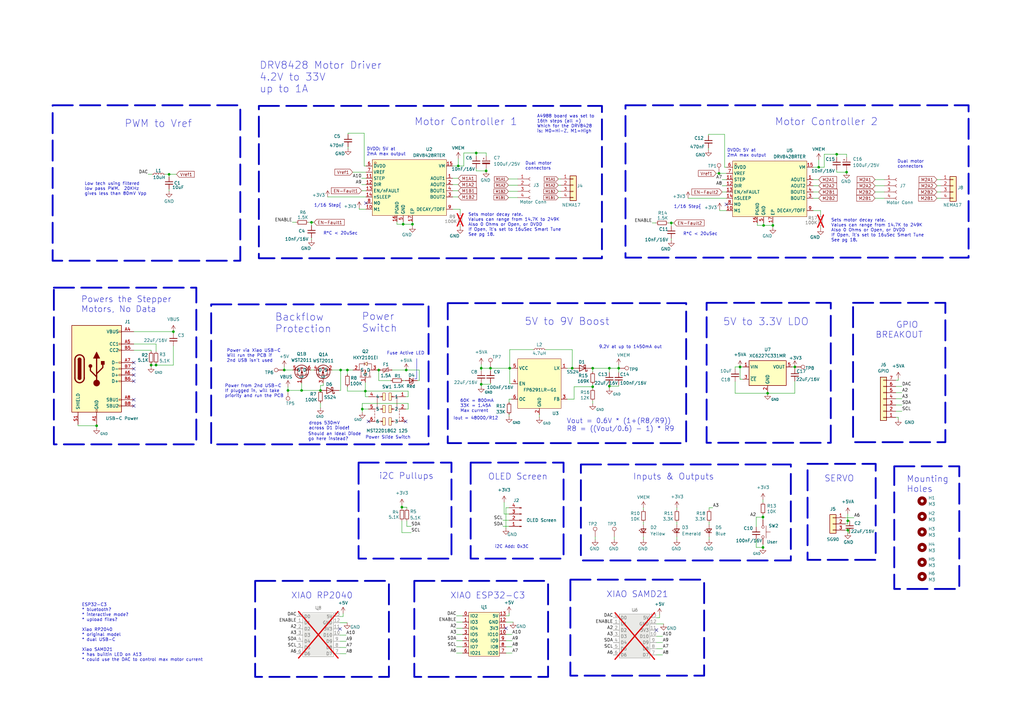
<source format=kicad_sch>
(kicad_sch (version 20230121) (generator eeschema)
  (paper "A3")
  (title_block (title "Blot RP2040 Motor Driver") (date "2024-03-17") (rev "2.2") (company "Hack Chat") (comment 1 "untested design") (comment 2 "By Parkview (CC)"))
  (junction (at 64.008 149.733))
  (junction (at 123.698 160.147))
  (junction (at 165.354 91.948))
  (junction (at 347.218 70.612))
  (junction (at 166.624 151.765))
  (junction (at 131.445 160.147))
  (junction (at 209.042 151.003))
  (junction (at 303.53 150.495))
  (junction (at 155.321 151.765))
  (junction (at 164.846 208.026))
  (junction (at 169.164 91.948))
  (junction (at 199.39 70.104))
  (junction (at 314.833 161.29))
  (junction (at 234.696 151.003))
  (junction (at 347.726 217.424))
  (junction (at 347.726 213.614))
  (junction (at 61.976 149.733))
  (junction (at 312.928 224.536))
  (junction (at 343.154 63.246))
  (junction (at 71.12 136.017))
  (junction (at 316.992 92.456))
  (junction (at 326.009 150.495))
  (junction (at 187.96 68.072))
  (junction (at 243.078 151.003))
  (junction (at 39.624 174.625))
  (junction (at 142.494 151.765))
  (junction (at 127.762 91.186))
  (junction (at 243.078 158.623))
  (junction (at 201.168 151.003))
  (junction (at 249.936 158.369))
  (junction (at 197.358 157.607))
  (junction (at 197.358 151.003))
  (junction (at 69.342 71.501))
  (junction (at 149.86 160.401))
  (junction (at 313.182 92.456))
  (junction (at 253.746 151.003))
  (junction (at 312.928 212.09))
  (junction (at 195.326 62.738))
  (junction (at 275.336 91.44))
  (junction (at 148.59 167.767))
  (junction (at 249.936 151.003))
  (junction (at 139.7 151.765))
  (junction (at 116.586 151.765))
  (junction (at 335.788 68.58))
  (junction (at 118.11 160.147))
  (junction (at 294.894 71.12))
  (no_connect (at 54.864 153.797))
  (no_connect (at 139.446 257.937))
  (no_connect (at 150.114 83.312))
  (no_connect (at 151.13 172.847))
  (no_connect (at 54.864 148.717))
  (no_connect (at 54.864 166.497))
  (no_connect (at 166.37 172.847))
  (no_connect (at 54.864 163.957))
  (no_connect (at 54.864 156.337))
  (no_connect (at 297.942 83.82))
  (no_connect (at 269.24 258.445))
  (no_connect (at 54.864 151.257))
  (no_connect (at 207.518 257.683))
  (wire (pts (xy 151.13 162.687) (xy 149.86 162.687)))
  (wire (pts (xy 167.386 162.687) (xy 167.386 160.401)))
  (wire (pts (xy 326.009 150.495) (xy 326.009 151.257)))
  (wire (pts (xy 61.976 149.733) (xy 61.976 150.241)))
  (wire (pts (xy 228.981 81.026) (xy 229.997 81.026)))
  (wire (pts (xy 127.762 91.186) (xy 128.778 91.186)))
  (wire (pts (xy 148.336 78.232) (xy 150.114 78.232)))
  (wire (pts (xy 208.534 78.486) (xy 212.344 78.486)))
  (wire (pts (xy 162.814 91.948) (xy 165.354 91.948)))
  (wire (pts (xy 39.624 174.625) (xy 39.624 175.387)))
  (wire (pts (xy 144.653 70.612) (xy 150.114 70.612)))
  (wire (pts (xy 166.878 215.9) (xy 166.878 213.614)))
  (wire (pts (xy 333.502 73.66) (xy 335.788 73.66)))
  (wire (pts (xy 149.352 54.61) (xy 149.352 68.072)))
  (wire (pts (xy 185.674 68.072) (xy 187.96 68.072)))
  (wire (pts (xy 54.864 141.097) (xy 64.008 141.097)))
  (wire (pts (xy 368.427 155.956) (xy 367.411 155.956)))
  (wire (pts (xy 155.321 151.765) (xy 155.702 151.765)))
  (wire (pts (xy 142.748 55.118) (xy 142.748 54.61)))
  (wire (pts (xy 136.144 151.765) (xy 139.7 151.765)))
  (wire (pts (xy 275.336 97.79) (xy 275.336 98.552)))
  (wire (pts (xy 162.814 90.932) (xy 162.814 91.948)))
  (wire (pts (xy 347.726 210.82) (xy 347.726 213.614)))
  (wire (pts (xy 149.352 68.072) (xy 150.114 68.072)))
  (wire (pts (xy 290.83 220.218) (xy 290.83 221.234)))
  (wire (pts (xy 72.39 71.501) (xy 69.342 71.501)))
  (wire (pts (xy 335.788 68.58) (xy 335.788 65.532)))
  (wire (pts (xy 210.058 262.763) (xy 207.518 262.763)))
  (wire (pts (xy 367.411 161.036) (xy 369.951 161.036)))
  (wire (pts (xy 336.55 88.138) (xy 336.55 86.36)))
  (wire (pts (xy 358.902 76.2) (xy 362.712 76.2)))
  (wire (pts (xy 126.492 91.186) (xy 127.762 91.186)))
  (wire (pts (xy 201.168 151.003) (xy 209.042 151.003)))
  (wire (pts (xy 347.726 214.884) (xy 346.71 214.884)))
  (wire (pts (xy 165.354 91.948) (xy 169.164 91.948)))
  (wire (pts (xy 294.894 71.12) (xy 297.942 71.12)))
  (wire (pts (xy 54.864 136.017) (xy 71.12 136.017)))
  (wire (pts (xy 32.004 174.117) (xy 32.004 174.625)))
  (wire (pts (xy 253.746 152.781) (xy 253.746 151.003)))
  (wire (pts (xy 333.502 78.74) (xy 335.788 78.74)))
  (wire (pts (xy 64.008 141.097) (xy 64.008 144.145)))
  (wire (pts (xy 139.446 252.857) (xy 140.716 252.857)))
  (wire (pts (xy 132.588 158.115) (xy 131.445 158.115)))
  (wire (pts (xy 303.53 155.575) (xy 303.53 150.495)))
  (wire (pts (xy 188.722 92.71) (xy 188.722 93.218)))
  (wire (pts (xy 168.656 215.9) (xy 166.878 215.9)))
  (wire (pts (xy 190.246 62.738) (xy 195.326 62.738)))
  (wire (pts (xy 127.762 97.536) (xy 127.762 98.298)))
  (wire (pts (xy 69.342 71.501) (xy 69.342 72.517)))
  (wire (pts (xy 275.336 91.44) (xy 275.336 92.71)))
  (wire (pts (xy 208.534 81.026) (xy 212.344 81.026)))
  (wire (pts (xy 333.502 68.58) (xy 335.788 68.58)))
  (wire (pts (xy 39.624 174.117) (xy 39.624 174.625)))
  (wire (pts (xy 270.51 253.365) (xy 270.51 252.095)))
  (wire (pts (xy 343.154 70.612) (xy 347.218 70.612)))
  (wire (pts (xy 155.321 156.083) (xy 155.321 151.765)))
  (wire (pts (xy 277.622 220.218) (xy 277.622 221.234)))
  (wire (pts (xy 139.7 151.765) (xy 142.494 151.765)))
  (wire (pts (xy 208.788 163.703) (xy 208.788 164.973)))
  (wire (pts (xy 131.445 158.115) (xy 131.445 160.147)))
  (wire (pts (xy 314.833 161.29) (xy 314.833 160.655)))
  (wire (pts (xy 367.411 163.576) (xy 369.951 163.576)))
  (wire (pts (xy 64.008 149.733) (xy 61.976 149.733)))
  (wire (pts (xy 197.358 149.479) (xy 197.358 151.003)))
  (wire (pts (xy 131.445 165.227) (xy 131.445 167.259)))
  (wire (pts (xy 141.986 265.557) (xy 139.446 265.557)))
  (wire (pts (xy 207.518 255.143) (xy 210.439 255.143)))
  (wire (pts (xy 243.078 152.527) (xy 243.078 151.003)))
  (wire (pts (xy 310.642 91.44) (xy 310.642 92.456)))
  (wire (pts (xy 251.968 221.234) (xy 251.968 220.218)))
  (wire (pts (xy 127.508 151.765) (xy 128.778 151.765)))
  (wire (pts (xy 171.958 156.083) (xy 171.958 151.765)))
  (wire (pts (xy 228.981 75.946) (xy 229.997 75.946)))
  (wire (pts (xy 312.928 211.074) (xy 312.928 212.09)))
  (wire (pts (xy 293.751 71.12) (xy 294.894 71.12)))
  (wire (pts (xy 209.042 143.383) (xy 209.042 151.003)))
  (wire (pts (xy 185.674 80.772) (xy 187.96 80.772)))
  (wire (pts (xy 197.358 152.019) (xy 197.358 151.003)))
  (wire (pts (xy 210.058 267.843) (xy 207.518 267.843)))
  (wire (pts (xy 116.586 151.765) (xy 120.142 151.765)))
  (wire (pts (xy 282.194 81.28) (xy 297.942 81.28)))
  (wire (pts (xy 197.358 157.607) (xy 197.358 158.369)))
  (wire (pts (xy 368.427 171.958) (xy 368.427 171.196)))
  (wire (pts (xy 348.107 218.694) (xy 348.107 217.424)))
  (wire (pts (xy 165.354 156.083) (xy 166.116 156.083)))
  (wire (pts (xy 243.078 164.465) (xy 243.078 165.481)))
  (wire (pts (xy 263.906 208.28) (xy 263.906 209.042)))
  (polyline (pts (xy 170.942 147.066) (xy 170.942 155.321)))
  (wire (pts (xy 367.411 166.116) (xy 369.951 166.116)))
  (wire (pts (xy 208.788 251.46) (xy 208.788 252.603)))
  (wire (pts (xy 71.12 136.779) (xy 71.12 136.017)))
  (wire (pts (xy 201.168 151.003) (xy 201.168 152.019)))
  (wire (pts (xy 368.427 171.196) (xy 367.411 171.196)))
  (wire (pts (xy 123.698 160.147) (xy 123.698 157.099)))
  (wire (pts (xy 301.498 150.495) (xy 301.498 151.384)))
  (wire (pts (xy 316.992 92.456) (xy 316.992 93.218)))
  (wire (pts (xy 207.518 208.28) (xy 207.518 216.662)))
  (wire (pts (xy 148.59 167.767) (xy 148.59 169.037)))
  (wire (pts (xy 197.358 157.099) (xy 197.358 157.607)))
  (wire (pts (xy 160.274 156.083) (xy 155.321 156.083)))
  (wire (pts (xy 206.248 215.9) (xy 208.788 215.9)))
  (wire (pts (xy 223.774 143.383) (xy 234.696 143.383)))
  (wire (pts (xy 316.992 91.44) (xy 316.992 92.456)))
  (wire (pts (xy 310.134 221.234) (xy 310.134 224.536)))
  (wire (pts (xy 296.164 76.2) (xy 297.942 76.2)))
  (wire (pts (xy 148.336 75.692) (xy 150.114 75.692)))
  (wire (pts (xy 164.846 207.264) (xy 164.846 208.026)))
  (wire (pts (xy 149.86 160.401) (xy 149.86 162.687)))
  (wire (pts (xy 303.53 150.495) (xy 301.498 150.495)))
  (wire (pts (xy 313.182 92.456) (xy 316.992 92.456)))
  (wire (pts (xy 169.164 91.948) (xy 169.164 92.71)))
  (wire (pts (xy 164.846 208.026) (xy 164.846 208.534)))
  (wire (pts (xy 209.042 157.353) (xy 209.042 151.003)))
  (wire (pts (xy 185.674 78.232) (xy 187.96 78.232)))
  (wire (pts (xy 290.83 208.28) (xy 292.354 208.28)))
  (wire (pts (xy 367.411 168.656) (xy 369.951 168.656)))
  (wire (pts (xy 267.462 91.44) (xy 268.986 91.44)))
  (wire (pts (xy 60.706 71.501) (xy 62.484 71.501)))
  (wire (pts (xy 368.427 155.194) (xy 368.427 155.956)))
  (wire (pts (xy 171.196 156.083) (xy 171.958 156.083)))
  (wire (pts (xy 169.164 90.932) (xy 169.164 91.948)))
  (wire (pts (xy 249.936 151.003) (xy 243.078 151.003)))
  (wire (pts (xy 324.993 150.495) (xy 326.009 150.495)))
  (wire (pts (xy 235.458 163.703) (xy 235.458 158.623)))
  (wire (pts (xy 187.198 255.143) (xy 189.738 255.143)))
  (polyline (pts (xy 170.053 155.321) (xy 170.942 155.321)))
  (wire (pts (xy 208.788 170.053) (xy 208.788 170.815)))
  (wire (pts (xy 290.576 55.118) (xy 297.18 55.118)))
  (wire (pts (xy 297.18 55.118) (xy 297.18 68.58)))
  (wire (pts (xy 221.234 170.053) (xy 221.234 171.069)))
  (wire (pts (xy 210.058 265.303) (xy 207.518 265.303)))
  (wire (pts (xy 123.698 160.147) (xy 118.11 160.147)))
  (wire (pts (xy 187.198 260.223) (xy 189.738 260.223)))
  (wire (pts (xy 206.248 213.36) (xy 208.788 213.36)))
  (wire (pts (xy 269.24 255.905) (xy 272.161 255.905)))
  (wire (pts (xy 209.804 163.703) (xy 208.788 163.703)))
  (wire (pts (xy 188.722 87.63) (xy 188.722 85.852)))
  (wire (pts (xy 310.134 224.536) (xy 312.928 224.536)))
  (wire (pts (xy 185.674 85.852) (xy 188.722 85.852)))
  (wire (pts (xy 148.59 167.767) (xy 151.13 167.767)))
  (wire (pts (xy 147.32 85.344) (xy 147.32 85.852)))
  (wire (pts (xy 119.888 91.186) (xy 121.412 91.186)))
  (wire (pts (xy 338.074 63.246) (xy 343.154 63.246)))
  (wire (pts (xy 147.32 85.852) (xy 150.114 85.852)))
  (wire (pts (xy 64.008 149.733) (xy 71.12 149.733)))
  (wire (pts (xy 209.042 151.003) (xy 209.804 151.003)))
  (wire (pts (xy 312.928 224.536) (xy 312.928 223.266)))
  (wire (pts (xy 253.746 149.733) (xy 253.746 151.003)))
  (wire (pts (xy 190.246 68.072) (xy 190.246 62.738)))
  (wire (pts (xy 310.134 216.154) (xy 310.134 212.09)))
  (wire (pts (xy 140.716 252.857) (xy 140.716 251.587)))
  (wire (pts (xy 116.586 150.495) (xy 116.586 151.765)))
  (wire (pts (xy 142.748 54.61) (xy 149.352 54.61)))
  (wire (pts (xy 208.534 73.406) (xy 212.344 73.406)))
  (wire (pts (xy 343.154 69.596) (xy 343.154 70.612)))
  (wire (pts (xy 295.148 86.36) (xy 297.942 86.36)))
  (wire (pts (xy 343.154 63.246) (xy 343.154 64.516)))
  (wire (pts (xy 187.198 265.303) (xy 189.738 265.303)))
  (wire (pts (xy 149.86 156.845) (xy 149.86 160.401)))
  (wire (pts (xy 312.928 204.978) (xy 312.928 205.994)))
  (wire (pts (xy 313.182 91.44) (xy 313.182 92.456)))
  (wire (pts (xy 244.094 221.234) (xy 244.094 220.218)))
  (wire (pts (xy 32.004 174.625) (xy 39.624 174.625)))
  (wire (pts (xy 234.696 151.003) (xy 232.664 151.003)))
  (wire (pts (xy 166.878 208.026) (xy 164.846 208.026)))
  (wire (pts (xy 277.622 214.122) (xy 277.622 215.138)))
  (wire (pts (xy 61.976 143.637) (xy 61.976 144.145)))
  (wire (pts (xy 142.494 151.765) (xy 142.494 153.543)))
  (wire (pts (xy 242.697 151.003) (xy 243.078 151.003)))
  (wire (pts (xy 275.336 91.44) (xy 276.352 91.44)))
  (wire (pts (xy 333.502 76.2) (xy 335.788 76.2)))
  (wire (pts (xy 206.756 210.82) (xy 208.788 210.82)))
  (wire (pts (xy 312.928 212.09) (xy 312.928 213.106)))
  (wire (pts (xy 64.008 149.225) (xy 64.008 149.733)))
  (wire (pts (xy 228.981 73.406) (xy 229.997 73.406)))
  (wire (pts (xy 148.59 167.767) (xy 148.59 165.481)))
  (wire (pts (xy 195.326 62.738) (xy 199.39 62.738)))
  (wire (pts (xy 209.804 157.353) (xy 209.042 157.353)))
  (wire (pts (xy 358.902 81.28) (xy 362.712 81.28)))
  (wire (pts (xy 148.59 165.481) (xy 167.386 165.481)))
  (wire (pts (xy 132.588 157.099) (xy 132.588 158.115)))
  (wire (pts (xy 228.981 78.486) (xy 229.997 78.486)))
  (wire (pts (xy 232.664 163.703) (xy 235.458 163.703)))
  (wire (pts (xy 243.078 157.607) (xy 243.078 158.623)))
  (wire (pts (xy 195.326 70.104) (xy 199.39 70.104)))
  (wire (pts (xy 187.198 257.683) (xy 189.738 257.683)))
  (wire (pts (xy 304.673 155.575) (xy 303.53 155.575)))
  (wire (pts (xy 167.386 165.481) (xy 167.386 167.767)))
  (wire (pts (xy 326.009 156.337) (xy 326.009 161.29)))
  (wire (pts (xy 69.342 77.597) (xy 69.342 78.359)))
  (wire (pts (xy 195.326 62.738) (xy 195.326 64.008)))
  (wire (pts (xy 197.358 151.003) (xy 201.168 151.003)))
  (wire (pts (xy 367.411 158.496) (xy 369.951 158.496)))
  (wire (pts (xy 243.078 158.623) (xy 243.078 159.385)))
  (wire (pts (xy 263.906 220.218) (xy 263.906 221.234)))
  (wire (pts (xy 347.726 213.614) (xy 347.726 214.884)))
  (wire (pts (xy 127.762 91.186) (xy 127.762 92.456)))
  (wire (pts (xy 187.96 68.072) (xy 190.246 68.072)))
  (wire (pts (xy 160.782 151.765) (xy 166.624 151.765)))
  (wire (pts (xy 142.494 160.401) (xy 149.86 160.401)))
  (wire (pts (xy 154.94 151.765) (xy 155.321 151.765)))
  (wire (pts (xy 168.656 218.44) (xy 164.846 218.44)))
  (wire (pts (xy 141.986 260.477) (xy 139.446 260.477)))
  (wire (pts (xy 269.24 253.365) (xy 270.51 253.365)))
  (wire (pts (xy 335.788 68.58) (xy 338.074 68.58)))
  (wire (pts (xy 277.622 208.28) (xy 277.622 209.042)))
  (wire (pts (xy 296.164 73.66) (xy 297.942 73.66)))
  (wire (pts (xy 134.366 80.772) (xy 150.114 80.772)))
  (wire (pts (xy 303.53 150.495) (xy 304.673 150.495)))
  (wire (pts (xy 167.386 167.767) (xy 166.37 167.767)))
  (wire (pts (xy 197.358 157.607) (xy 201.168 157.607)))
  (wire (pts (xy 208.788 208.28) (xy 207.518 208.28)))
  (wire (pts (xy 141.986 263.017) (xy 139.446 263.017)))
  (wire (pts (xy 253.746 158.369) (xy 253.746 157.861)))
  (wire (pts (xy 290.83 214.122) (xy 290.83 215.138)))
  (wire (pts (xy 346.71 217.424) (xy 347.726 217.424)))
  (wire (pts (xy 326.009 161.29) (xy 314.833 161.29)))
  (wire (pts (xy 347.726 217.424) (xy 347.726 218.44)))
  (wire (pts (xy 296.164 78.74) (xy 297.942 78.74)))
  (wire (pts (xy 195.326 69.088) (xy 195.326 70.104)))
  (wire (pts (xy 166.624 151.765) (xy 171.958 151.765)))
  (wire (pts (xy 297.18 68.58) (xy 297.942 68.58)))
  (wire (pts (xy 234.696 151.003) (xy 235.077 151.003)))
  (wire (pts (xy 142.494 158.623) (xy 142.494 160.401)))
  (wire (pts (xy 336.55 93.218) (xy 336.55 93.726)))
  (wire (pts (xy 384.302 78.74) (xy 385.826 78.74)))
  (wire (pts (xy 235.458 158.623) (xy 243.078 158.623)))
  (wire (pts (xy 208.534 75.946) (xy 212.344 75.946)))
  (wire (pts (xy 185.674 73.152) (xy 187.96 73.152)))
  (wire (pts (xy 123.698 160.147) (xy 131.445 160.147)))
  (wire (pts (xy 348.107 217.424) (xy 347.726 217.424)))
  (wire (pts (xy 295.148 85.852) (xy 295.148 86.36)))
  (wire (pts (xy 208.788 252.603) (xy 207.518 252.603)))
  (wire (pts (xy 54.864 143.637) (xy 61.976 143.637)))
  (wire (pts (xy 346.71 212.344) (xy 350.266 212.344)))
  (wire (pts (xy 249.936 158.369) (xy 253.746 158.369)))
  (wire (pts (xy 263.906 214.122) (xy 263.906 215.138)))
  (wire (pts (xy 271.78 260.985) (xy 269.24 260.985)))
  (wire (pts (xy 210.058 260.223) (xy 207.518 260.223)))
  (wire (pts (xy 343.154 63.246) (xy 347.218 63.246)))
  (wire (pts (xy 166.37 162.687) (xy 167.386 162.687)))
  (wire (pts (xy 348.488 218.694) (xy 348.107 218.694)))
  (wire (pts (xy 118.11 158.623) (xy 118.11 160.147)))
  (wire (pts (xy 271.78 268.605) (xy 269.24 268.605)))
  (wire (pts (xy 185.674 75.692) (xy 187.96 75.692)))
  (wire (pts (xy 271.78 266.065) (xy 269.24 266.065)))
  (wire (pts (xy 199.39 70.104) (xy 199.39 69.088)))
  (wire (pts (xy 290.576 60.706) (xy 290.576 61.468)))
  (wire (pts (xy 199.39 62.738) (xy 199.39 64.008)))
  (wire (pts (xy 290.576 55.626) (xy 290.576 55.118)))
  (wire (pts (xy 164.846 218.44) (xy 164.846 213.614)))
  (wire (pts (xy 139.446 255.397) (xy 142.367 255.397)))
  (wire (pts (xy 347.218 63.246) (xy 347.218 64.516)))
  (wire (pts (xy 234.696 143.383) (xy 234.696 151.003)))
  (wire (pts (xy 333.502 86.36) (xy 336.55 86.36)))
  (wire (pts (xy 347.218 70.612) (xy 347.218 69.596)))
  (wire (pts (xy 347.726 213.614) (xy 348.488 213.614)))
  (wire (pts (xy 301.498 156.464) (xy 301.498 161.29)))
  (wire (pts (xy 206.756 205.994) (xy 206.756 210.82)))
  (wire (pts (xy 274.066 91.44) (xy 275.336 91.44)))
  (wire (pts (xy 358.902 73.66) (xy 362.712 73.66)))
  (wire (pts (xy 201.168 157.607) (xy 201.168 157.099)))
  (wire (pts (xy 61.976 149.225) (xy 61.976 149.733)))
  (wire (pts (xy 249.936 158.369) (xy 249.936 159.131)))
  (wire (pts (xy 338.074 68.58) (xy 338.074 63.246)))
  (wire (pts (xy 271.78 263.525) (xy 269.24 263.525)))
  (wire (pts (xy 253.746 151.003) (xy 249.936 151.003)))
  (wire (pts (xy 165.354 90.932) (xy 165.354 91.948)))
  (wire (pts (xy 167.386 160.401) (xy 149.86 160.401)))
  (wire (pts (xy 290.83 208.28) (xy 290.83 209.042)))
  (wire (pts (xy 333.502 81.28) (xy 335.788 81.28)))
  (wire (pts (xy 358.902 78.74) (xy 362.712 78.74)))
  (wire (pts (xy 141.986 268.097) (xy 139.446 268.097)))
  (wire (pts (xy 139.7 160.147) (xy 139.7 151.765)))
  (wire (pts (xy 301.498 161.29) (xy 314.833 161.29)))
  (wire (pts (xy 71.12 141.859) (xy 71.12 149.733)))
  (wire (pts (xy 142.494 151.765) (xy 144.78 151.765)))
  (wire (pts (xy 148.336 73.152) (xy 150.114 73.152)))
  (wire (pts (xy 67.564 71.501) (xy 69.342 71.501)))
  (wire (pts (xy 384.302 81.28) (xy 385.826 81.28)))
  (wire (pts (xy 249.936 151.003) (xy 249.936 152.781)))
  (wire (pts (xy 187.96 68.072) (xy 187.96 65.024)))
  (wire (pts (xy 166.878 208.534) (xy 166.878 208.026)))
  (wire (pts (xy 209.042 143.383) (xy 218.694 143.383)))
  (wire (pts (xy 139.065 160.147) (xy 139.7 160.147)))
  (wire (pts (xy 187.198 267.843) (xy 189.738 267.843)))
  (wire (pts (xy 249.936 157.861) (xy 249.936 158.369)))
  (wire (pts (xy 142.748 60.198) (xy 142.748 60.96)))
  (wire (pts (xy 384.302 73.66) (xy 385.826 73.66)))
  (wire (pts (xy 384.302 76.2) (xy 385.826 76.2)))
  (wire (pts (xy 187.198 252.603) (xy 189.738 252.603)))
  (wire (pts (xy 310.134 212.09) (xy 312.928 212.09)))
  (wire (pts (xy 310.642 92.456) (xy 313.182 92.456)))
  (wire (pts (xy 187.198 262.763) (xy 189.738 262.763)))
  (rectangle (start 349.885 124.206) (end 387.731 181.356) (stroke (width 0.75) (type dash)))
  (rectangle (start 193.04 189.738) (end 231.14 229.108) (stroke (width 0.75) (type dash)))
  (rectangle (start 366.776 191.262) (end 393.446 241.554) (stroke (width 0.75) (type dash)))
  (rectangle (start 289.814 124.206) (end 340.741 181.61) (stroke (width 0.75) (type dash)))
  (rectangle (start 104.648 238.252) (end 159.512 277.622) (stroke (width 0.75) (type dash)))
  (rectangle (start 256.54 43.18) (end 397.256 105.664) (stroke (width 0.75) (type dash)))
  (rectangle (start 238.252 190.5) (end 324.358 229.87) (stroke (width 0.75) (type dash)))
  (rectangle (start 169.926 238.252) (end 224.79 277.622) (stroke (width 0.75) (type dash)))
  (rectangle (start 331.216 190.246) (end 359.156 229.616) (stroke (width 0.75) (type dash)))
  (rectangle (start 147.066 189.738) (end 185.166 229.108) (stroke (width 0.75) (type dash)))
  (rectangle (start 106.172 43.434) (end 246.888 105.918) (stroke (width 0.75) (type dash)))
  (rectangle (start 86.614 124.841) (end 175.768 182.245) (stroke (width 0.75) (type dash)))
  (rectangle (start 22.098 117.983) (end 80.518 182.245) (stroke (width 0.75) (type dash)))
  (rectangle (start 21.59 43.18) (end 98.552 106.934) (stroke (width 0.75) (type dash)))
  (rectangle (start 233.934 237.744) (end 288.798 277.114) (stroke (width 0.75) (type dash)))
  (rectangle (start 183.642 124.333) (end 281.432 181.737) (stroke (width 0.75) (type dash)))
  (text "XIAO ESP32-C3\n" (at 184.658 245.872 0) (effects (font (size 2.54 2.54)) (justify left bottom)))
  (text "Inputs & Outputs\n" (at 259.588 197.104 0) (effects (font (size 2.54 2.54)) (justify left bottom)))
  (text "5V to 9V Boost" (at 215.138 133.731 0) (effects (font (size 3 3)) (justify left bottom)))
  (text "GPIO \nBREAKOUT" (at 378.587 138.938 0) (effects (font (size 2.54 2.54)) (justify right bottom)))
  (text "Power via Xiao USB-C\nWill run the PCB if \n2nd USB isn't used" (at 92.964 148.717 0) (effects (font (size 1.27 1.27)) (justify left bottom)))
  (text "Backflow\nProtection" (at 112.776 136.779 0) (effects (font (size 3 3)) (justify left bottom)))
  (text "DRV8428 Motor Driver\n4.2V to 33V\nup to 1A" (at 106.426 38.354 0) (effects (font (size 3 3)) (justify left bottom)))
  (text "PWM to Vref" (at 51.054 52.578 0) (effects (font (size 3 3)) (justify left bottom)))
  (text "Fuse Active LED" (at 158.623 145.669 0) (effects (font (size 1.27 1.27)) (justify left bottom)))
  (text "R*C < 20uSec" (at 132.588 96.52 0) (effects (font (size 1.27 1.27)) (justify left bottom)))
  (text "Mounting\nHoles" (at 371.856 202.184 0) (effects (font (size 2.54 2.54)) (justify left bottom)))
  (text "Dual motor\nconnectors" (at 368.046 69.088 0) (effects (font (size 1.27 1.27)) (justify left bottom)))
  (text "DVDD: 5V at\n2mA max output" (at 150.368 64.008 0) (effects (font (size 1.27 1.27)) (justify left bottom)))
  (text "Power from 2nd USB-C\nIf plugged in, will take\npriority and run the PCB" (at 92.202 163.195 0) (effects (font (size 1.27 1.27)) (justify left bottom)))
  (text "Power\nSwitch" (at 148.336 136.525 0) (effects (font (size 3 3)) (justify left bottom)))
  (text "Power Slide Switch" (at 149.86 180.213 0) (effects (font (size 1.27 1.27)) (justify left bottom)))
  (text "XIAO RP2040\n" (at 119.38 245.872 0) (effects (font (size 2.54 2.54)) (justify left bottom)))
  (text "Sets motor decay rate.\nValues can range from 14.7K to 249K\nAlso 0 Ohms or Open, or DVDD\nIf Open, it's set to 16uSec Smart Tune\nSee pg 18." (at 192.024 97.028 0) (effects (font (size 1.27 1.27)) (justify left bottom)))
  (text "OLED Screen\n" (at 200.152 197.104 0) (effects (font (size 2.54 2.54)) (justify left bottom)))
  (text "Sets motor decay rate.\nValues can range from 14.7K to 249K\nAlso 0 Ohms or Open, or DVDD\nIf Open, it's set to 16uSec Smart Tune\nSee pg 18." (at 340.868 99.314 0) (effects (font (size 1.27 1.27)) (justify left bottom)))
  (text "i2C Pullups\n" (at 155.448 196.85 0) (effects (font (size 2.54 2.54)) (justify left bottom)))
  (text "Iout = 48000/R12" (at 185.928 172.339 0) (effects (font (size 1.27 1.27)) (justify left bottom)))
  (text "Motor Controller 2" (at 317.754 51.816 0) (effects (font (size 3 3)) (justify left bottom)))
  (text "Low tech using filtered \nlow pass PWM.  20KHz \ngives less than 80mV Vpp" (at 34.671 80.264 0) (effects (font (size 1.27 1.27)) (justify left bottom)))
  (text "XIAO SAMD21\n" (at 248.666 245.364 0) (effects (font (size 2.54 2.54)) (justify left bottom)))
  (text "9.2V at up to 1450mA out" (at 245.618 143.129 0) (effects (font (size 1.27 1.27)) (justify left bottom)))
  (text "Dual motor\nconnectors" (at 215.392 69.85 0) (effects (font (size 1.27 1.27)) (justify left bottom)))
  (text "DVDD: 5V at\n2mA max output" (at 298.196 64.516 0) (effects (font (size 1.27 1.27)) (justify left bottom)))
  (text "Powers the Stepper\nMotors, No Data" (at 33.274 128.397 0) (effects (font (size 2.5 2.5)) (justify left bottom)))
  (text "5V to 3.3V LDO" (at 296.545 133.858 0) (effects (font (size 3 3)) (justify left bottom)))
  (text "1/16 Step{" (at 276.352 85.598 0) (effects (font (size 1.27 1.27)) (justify left bottom)))
  (text "R*C < 20uSec" (at 280.162 96.774 0) (effects (font (size 1.27 1.27)) (justify left bottom)))
  (text "ESP32-C3\n* bluetooth?\n* interactive mode?\n* upload files?\n\nXiao RP2040\n* original model\n* dual USB-C\n\nXiao SAMD21\n* has builtin LED on A13\n* could use the DAC to control max motor current" (at 33.528 271.399 0) (effects (font (size 1.27 1.27)) (justify left bottom)))
  (text "SERVO\n" (at 338.074 197.866 0) (effects (font (size 2.54 2.54)) (justify left bottom)))
  (text "1/16 Step{" (at 128.778 85.09 0) (effects (font (size 1.27 1.27)) (justify left bottom)))
  (text "A4988 board was set to \n16th steps (all +)\nWhich for the DRV8428\nis: M0=Hi-Z, M1=High" (at 220.218 54.61 0) (effects (font (size 1.27 1.27)) (justify left bottom)))
  (text "Motor Controller 1" (at 169.926 51.816 0) (effects (font (size 3 3)) (justify left bottom)))
  (text "Should an Ideal Diode \ngo here instead?" (at 126.365 180.848 0) (effects (font (size 1.27 1.27)) (justify left bottom)))
  (text "i2C Add: 0x3C" (at 202.946 225.044 0) (effects (font (size 1.27 1.27)) (justify left bottom)))
  (text "drops 530mV\nacross D1 Diode!" (at 126.619 176.403 0) (effects (font (size 1.27 1.27)) (justify left bottom)))
  (text "60K = 800mA\n33K = 1.45A\nMax current" (at 188.722 169.291 0) (effects (font (size 1.27 1.27)) (justify left bottom)))
  (text "Vout = 0.6V * (1+(R8/R9))\nR8 = ((Vout/0.6) - 1) * R9" (at 232.41 177.165 0) (effects (font (size 2 2)) (justify left bottom)))
  (label "A3" (at 187.198 260.223 180))
  (label "SCL" (at 121.666 265.557 180))
  (label "A2" (at 310.134 212.09 180))
  (label "A7" (at 296.164 73.66 180))
  (label "SDA" (at 251.46 263.525 180))
  (label "A10" (at 271.78 260.985 0))
  (label "DAC" (at 60.706 71.501 180))
  (label "A8" (at 210.058 265.303 0))
  (label "A2" (at 121.666 257.937 180))
  (label "SCL" (at 168.656 218.44 0))
  (label "SDA" (at 369.951 166.116 0))
  (label "A9" (at 271.78 263.525 0))
  (label "A2" (at 251.46 258.445 180))
  (label "DAC" (at 251.46 253.365 180))
  (label "SDA" (at 168.656 215.9 0))
  (label "A7" (at 141.986 265.557 0))
  (label "A3" (at 251.46 260.985 180))
  (label "SCL" (at 206.248 213.36 180))
  (label "A6" (at 187.198 267.843 180))
  (label "A3" (at 369.951 163.576 0))
  (label "A3" (at 121.666 260.477 180))
  (label "A7" (at 210.058 267.843 0))
  (label "DAC" (at 369.951 158.496 0))
  (label "SCL" (at 251.46 266.065 180))
  (label "A8" (at 296.164 76.2 180))
  (label "ENABLE" (at 121.666 255.397 180))
  (label "ENABLE" (at 267.462 91.44 180))
  (label "SDA" (at 206.248 215.9 180))
  (label "ENABLE" (at 187.198 255.143 180))
  (label "A9" (at 210.058 262.763 0))
  (label "SCL" (at 187.198 265.303 180))
  (label "SDA" (at 187.198 262.763 180))
  (label "DAC" (at 187.198 252.603 180))
  (label "ENABLE" (at 251.46 255.905 180))
  (label "A6" (at 350.266 212.344 0))
  (label "A10" (at 141.986 260.477 0))
  (label "A9" (at 141.986 263.017 0))
  (label "A10" (at 148.336 73.152 180))
  (label "A2" (at 369.951 161.036 0))
  (label "A10" (at 210.058 260.223 0))
  (label "A2" (at 187.198 257.683 180))
  (label "SCL" (at 369.951 168.656 0))
  (label "A8" (at 271.78 268.605 0))
  (label "DAC" (at 121.666 252.857 180))
  (label "A6" (at 121.666 268.097 180))
  (label "ENABLE" (at 119.888 91.186 180))
  (label "A8" (at 141.986 268.097 0))
  (label "SDA" (at 121.666 263.017 180))
  (label "A9" (at 148.336 75.692 180))
  (label "A7" (at 271.78 266.065 0))
  (label "A6" (at 251.46 268.605 180))
  (label "A3" (at 292.354 208.28 0))
  (global_label "Vref1" (shape input) (at 144.653 70.612 180) (property "Intersheetrefs" "${INTERSHEET_REFS}" (effects hide)))
  (global_label "M1B1" (shape input) (at 187.96 78.232 0) (property "Intersheetrefs" "${INTERSHEET_REFS}" (effects hide)))
  (global_label "EN-Fault2" (shape input) (at 296.164 78.74 180) (property "Intersheetrefs" "${INTERSHEET_REFS}" (effects hide)))
  (global_label "M1B1" (shape input) (at 228.981 81.026 180) (effects (font (size 1 1))) (property "Intersheetrefs" "${INTERSHEET_REFS}" (effects hide)))
  (global_label "M1A1" (shape input) (at 228.981 73.406 180) (effects (font (size 1 1))) (property "Intersheetrefs" "${INTERSHEET_REFS}" (effects hide)))
  (global_label "M2A2" (shape input) (at 384.302 76.2 180) (property "Intersheetrefs" "${INTERSHEET_REFS}" (effects hide)))
  (global_label "M2B2" (shape input) (at 358.902 78.74 180) (property "Intersheetrefs" "${INTERSHEET_REFS}" (effects hide)))
  (global_label "M2A1" (shape input) (at 358.902 73.66 180) (property "Intersheetrefs" "${INTERSHEET_REFS}" (effects hide)))
  (global_label "M2B1" (shape input) (at 384.302 81.28 180) (property "Intersheetrefs" "${INTERSHEET_REFS}" (effects hide)))
  (global_label "M1A2" (shape input) (at 208.534 75.946 180) (effects (font (size 1 1))) (property "Intersheetrefs" "${INTERSHEET_REFS}" (effects hide)))
  (global_label "M1B1" (shape input) (at 208.534 81.026 180) (effects (font (size 1 1))) (property "Intersheetrefs" "${INTERSHEET_REFS}" (effects hide)))
  (global_label "M2A1" (shape input) (at 335.788 73.66 0) (property "Intersheetrefs" "${INTERSHEET_REFS}" (effects hide)))
  (global_label "M2B2" (shape input) (at 384.302 78.74 180) (property "Intersheetrefs" "${INTERSHEET_REFS}" (effects hide)))
  (global_label "M1A1" (shape input) (at 187.96 73.152 0) (property "Intersheetrefs" "${INTERSHEET_REFS}" (effects hide)))
  (global_label "Vref1" (shape input) (at 72.39 71.501 0) (property "Intersheetrefs" "${INTERSHEET_REFS}" (effects hide)))
  (global_label "EN-Fault1" (shape input) (at 128.778 91.186 0) (property "Intersheetrefs" "${INTERSHEET_REFS}" (effects hide)))
  (global_label "M2A2" (shape input) (at 335.788 76.2 0) (property "Intersheetrefs" "${INTERSHEET_REFS}" (effects hide)))
  (global_label "M1A2" (shape input) (at 228.981 75.946 180) (effects (font (size 1 1))) (property "Intersheetrefs" "${INTERSHEET_REFS}" (effects hide)))
  (global_label "M1B2" (shape input) (at 187.96 80.772 0) (property "Intersheetrefs" "${INTERSHEET_REFS}" (effects hide)))
  (global_label "M2A2" (shape input) (at 358.902 76.2 180) (property "Intersheetrefs" "${INTERSHEET_REFS}" (effects hide)))
  (global_label "M1A1" (shape input) (at 208.534 73.406 180) (effects (font (size 1 1))) (property "Intersheetrefs" "${INTERSHEET_REFS}" (effects hide)))
  (global_label "M2A1" (shape input) (at 384.302 73.66 180) (property "Intersheetrefs" "${INTERSHEET_REFS}" (effects hide)))
  (global_label "M2B1" (shape input) (at 335.788 78.74 0) (property "Intersheetrefs" "${INTERSHEET_REFS}" (effects hide)))
  (global_label "M1A2" (shape input) (at 187.96 75.692 0) (property "Intersheetrefs" "${INTERSHEET_REFS}" (effects hide)))
  (global_label "M1B2" (shape input) (at 228.981 78.486 180) (effects (font (size 1 1))) (property "Intersheetrefs" "${INTERSHEET_REFS}" (effects hide)))
  (global_label "M1B2" (shape input) (at 208.534 78.486 180) (effects (font (size 1 1))) (property "Intersheetrefs" "${INTERSHEET_REFS}" (effects hide)))
  (global_label "EN-Fault1" (shape input) (at 148.336 78.232 180) (property "Intersheetrefs" "${INTERSHEET_REFS}" (effects hide)))
  (global_label "Vref1" (shape input) (at 293.751 71.12 180) (property "Intersheetrefs" "${INTERSHEET_REFS}" (effects hide)))
  (global_label "M2B2" (shape input) (at 335.788 81.28 0) (property "Intersheetrefs" "${INTERSHEET_REFS}" (effects hide)))
  (global_label "M2B1" (shape input) (at 358.902 81.28 180) (property "Intersheetrefs" "${INTERSHEET_REFS}" (effects hide)))
  (global_label "EN-Fault2" (shape input) (at 276.352 91.44 0) (property "Intersheetrefs" "${INTERSHEET_REFS}" (effects hide)))
  (symbol (lib_id "Mechanical:MountingHole") (at 378.206 236.474 0) (unit 1)
    (property "Reference" "H6" (at 380.746 235.204 0) (effects (justify left)))
    (property "Value" "M3" (at 380.746 237.744 0) (effects (justify left)))
    (property "Footprint" "MountingHole:MountingHole_3.2mm_M3" (effects hide))
    (property "LCSC" "X" (effects hide))
  )
  (symbol (lib_id "power:GND") (at 169.164 92.71 0) (unit 1)
    (property "Reference" "#PWR016" (effects hide))
    (property "Value" "GND" (at 166.878 96.266 0))
  )
  (symbol (lib_id "Connector_Generic:Conn_01x03") (at 341.63 214.884 0) (mirror y) (unit 1)
    (property "Reference" "J5" (at 341.63 208.788 0))
    (property "Value" "SG90" (at 341.63 221.234 0))
    (property "Footprint" "Connector_PinSocket_2.54mm:PinSocket_1x03_P2.54mm_Vertical" (effects hide))
    (property "LCSC" "C2937625" (effects hide))
  )
  (symbol (lib_id "power:GND") (at 142.367 255.397 0) (unit 1)
    (property "Reference" "#PWR09" (effects hide))
    (property "Value" "GND" (at 147.701 257.175 0) (effects (justify right)))
  )
  (symbol (lib_id "Pauls_Schm_Library:XIAO_SAMD21") (at 260.35 262.255 0) (unit 1) (in_bom no) (on_board no) (dnp yes)
    (property "Reference" "U6" (at 260.35 250.19 0))
    (property "Value" "~" (at 260.223 250.571 0))
    (property "Footprint" "blot-footprints:QTPYXIAORP2040" (effects hide))
    (property "LCSC" "X" (effects hide))
  )
  (symbol (lib_id "Device:R_Small") (at 243.078 161.925 0) (unit 1)
    (property "Reference" "R16" (at 237.998 160.909 0) (effects (justify left)))
    (property "Value" "12K" (at 237.998 163.195 0) (effects (justify left)))
    (property "Footprint" "Resistor_SMD:R_0603_1608Metric" (effects hide))
    (property "LCSC" "C22790" (effects hide))
  )
  (symbol (lib_id "Device:R_Small") (at 208.788 167.513 0) (unit 1)
    (property "Reference" "R12" (at 203.454 166.497 0) (effects (justify left)))
    (property "Value" "33K" (at 203.454 168.91 0) (effects (justify left)))
    (property "Footprint" "Resistor_SMD:R_0603_1608Metric" (effects hide))
    (property "LCSC" "C4216" (effects hide))
  )
  (symbol (lib_id "Device:LED_Small") (at 277.622 217.678 90) (unit 1)
    (property "Reference" "D3" (at 279.654 216.3445 90) (effects (justify right)))
    (property "Value" "Emerald" (at 279.654 218.8845 90) (effects (justify right)))
    (property "Footprint" "LED_SMD:LED_0603_1608Metric" (effects hide))
    (property "LCSC" "C965804" (effects hide))
  )
  (symbol (lib_id "Switch:SW_Push") (at 312.928 218.186 270) (unit 1)
    (property "Reference" "SW2" (at 315.214 215.646 90) (effects (justify left)))
    (property "Value" "User" (at 314.452 222.25 90) (effects (justify left)))
    (property "Footprint" "blot-footprints:SW_SMD_SPST_5x3" (effects hide))
    (property "LCSC" "C843665" (effects hide))
  )
  (symbol (lib_id "Connector_Generic:Conn_01x04") (at 390.906 76.2 0) (unit 1)
    (property "Reference" "J8" (at 393.954 76.962 0))
    (property "Value" "NEMA17" (at 390.652 84.074 0))
    (property "Footprint" "Connector_PinSocket_2.54mm:PinSocket_1x04_P2.54mm_Vertical" (effects hide))
    (property "LCSC" "C2845390" (effects hide))
  )
  (symbol (lib_id "power:+3V3") (at 206.756 205.994 0) (unit 1)
    (property "Reference" "#PWR012" (effects hide))
    (property "Value" "+3V3" (at 206.756 200.914 0))
  )
  (symbol (lib_id "power:GND") (at 69.342 78.359 0) (unit 1)
    (property "Reference" "#PWR02" (effects hide))
    (property "Value" "GND" (at 69.342 82.55 0))
  )
  (symbol (lib_id "Device:R_Small") (at 277.622 211.582 0) (unit 1)
    (property "Reference" "R11" (at 272.288 210.566 0) (effects (justify left)))
    (property "Value" "3.3K" (at 271.78 212.852 0) (effects (justify left)))
    (property "Footprint" "Resistor_SMD:R_0603_1608Metric" (effects hide))
    (property "LCSC" "C114612" (effects hide))
  )
  (symbol (lib_id "power:GND") (at 290.83 221.234 0) (unit 1)
    (property "Reference" "#PWR058" (effects hide))
    (property "Value" "GND" (at 290.576 225.044 0))
  )
  (symbol (lib_id "Prison2:DRV8428RTER") (at 315.722 77.47 0) (unit 1)
    (property "Reference" "U5" (at 323.85 61.722 0))
    (property "Value" "DRV8428RTER" (at 323.85 64.262 0))
    (property "Footprint" "blot-footprints:WQFN-16_L3.0-W3.0-P0.50-BL-EP1.7" (effects hide))
    (property "LCSC Part" "C2857955" (effects hide))
    (property "LCSC" "C2857955" (effects hide))
  )
  (symbol (lib_id "Device:C_Small") (at 197.358 154.559 0) (mirror y) (unit 1)
    (property "Reference" "C8" (at 195.834 152.527 0) (effects (justify left)))
    (property "Value" "22uF/16V" (at 195.834 156.845 0) (effects (justify left)))
    (property "Footprint" "Capacitor_SMD:C_0603_1608Metric" (effects hide))
    (property "LCSC" "C6119868" (effects hide))
  )
  (symbol (lib_id "Device:C_Small") (at 301.498 153.924 180) (unit 1)
    (property "Reference" "C18" (at 299.593 155.702 0) (effects (justify left)))
    (property "Value" "10uF" (at 300.228 152.146 0) (effects (justify left)))
    (property "Footprint" "Capacitor_SMD:C_0603_1608Metric" (effects hide))
    (property "Description" "16V" (effects hide))
    (property "In Stock" "Y" (effects hide))
    (property "JLC Part" "50V" (effects hide))
    (property "LCSC" "C14663" (effects hide))
  )
  (symbol (lib_id "Device:LED_Small") (at 290.83 217.678 90) (unit 1)
    (property "Reference" "D5" (at 293.37 216.3445 90) (effects (justify right)))
    (property "Value" "Blue" (at 293.37 218.8845 90) (effects (justify right)))
    (property "Footprint" "LED_SMD:LED_0603_1608Metric" (effects hide))
    (property "LCSC" "C965807" (effects hide))
  )
  (symbol (lib_id "Connector:TestPoint") (at 326.009 150.495 270) (unit 1) (in_bom no)
    (property "Reference" "TP8" (at 330.327 151.003 90) (effects (justify left)))
    (property "Value" "TestPoint" (effects hide))
    (property "Footprint" "TestPoint:TestPoint_THTPad_1.0x1.0mm_Drill0.5mm" (effects hide))
    (property "LCSC" "X" (effects hide))
  )
  (symbol (lib_id "Mechanical:MountingHole") (at 378.206 230.632 0) (unit 1)
    (property "Reference" "H5" (at 380.746 229.362 0) (effects (justify left)))
    (property "Value" "M3" (at 380.746 231.902 0) (effects (justify left)))
    (property "Footprint" "MountingHole:MountingHole_3.2mm_M3" (effects hide))
    (property "LCSC" "X" (effects hide))
  )
  (symbol (lib_id "Diode:SS24") (at 238.887 151.003 180) (unit 1)
    (property "Reference" "D1" (at 238.633 148.463 0))
    (property "Value" "SS24" (at 234.95 152.527 0))
    (property "Footprint" "Diode_SMD:D_SMA" (effects hide))
    (property "Datasheet" "https://www.vishay.com/docs/88748/ss22.pdf" (effects hide))
    (property "LCSC" "C466490" (effects hide))
  )
  (symbol (lib_id "power:VBUS") (at 118.11 158.623 0) (unit 1)
    (property "Reference" "#PWR015" (effects hide))
    (property "Value" "VBUS" (at 117.348 154.559 0))
  )
  (symbol (lib_id "blot-sym-lib:FP6291LR-G1") (at 221.234 157.353 0) (unit 1)
    (property "Reference" "U3" (at 227.838 169.545 0))
    (property "Value" "FP6291LR-G1" (at 221.488 159.893 0))
    (property "Footprint" "blot-footprints:SOT-23-6_L2.9-W1.6-P0.95-LS2.8-BR" (effects hide))
    (property "Datasheet" "https://lcsc.com/product-detail/DC-DC-Converters_FP6291LR-G1_C18701.html" (effects hide))
    (property "LCSC Part" "C18701" (effects hide))
    (property "LCSC" "C18701" (effects hide))
  )
  (symbol (lib_id "power:GND") (at 142.748 60.96 0) (unit 1)
    (property "Reference" "#PWR011" (effects hide))
    (property "Value" "GND" (at 139.446 62.992 0))
  )
  (symbol (lib_id "Mechanical:MountingHole") (at 378.206 211.836 0) (unit 1)
    (property "Reference" "H2" (at 380.746 210.566 0) (effects (justify left)))
    (property "Value" "M3" (at 380.746 213.106 0) (effects (justify left)))
    (property "Footprint" "MountingHole:MountingHole_3.2mm_M3" (effects hide))
    (property "LCSC" "X" (effects hide))
  )
  (symbol (lib_id "Connector:TestPoint") (at 201.168 151.003 0) (unit 1) (in_bom no)
    (property "Reference" "TP7" (at 201.93 146.431 0) (effects (justify left)))
    (property "Value" "TestPoint" (effects hide))
    (property "Footprint" "TestPoint:TestPoint_THTPad_1.0x1.0mm_Drill0.5mm" (effects hide))
    (property "LCSC" "X" (effects hide))
  )
  (symbol (lib_id "Device:C_Polarized_Small") (at 199.39 66.548 0) (unit 1)
    (property "Reference" "C7" (at 202.438 64.7319 0) (effects (justify left)))
    (property "Value" "100uF/25V" (at 202.438 67.2719 0) (effects (justify left)))
    (property "Footprint" "blot-footprints:CAP-SMD_BD6.3-L6.6-W6.6-LS7.3-FD" (effects hide))
    (property "LCSC" "C4747964" (effects hide))
  )
  (symbol (lib_id "power:GND") (at 368.427 171.958 0) (unit 1)
    (property "Reference" "#PWR051" (effects hide))
    (property "Value" "GND" (at 370.967 173.228 0) (effects (justify left)))
  )
  (symbol (lib_id "power:+3V3") (at 312.928 204.978 0) (unit 1)
    (property "Reference" "#PWR032" (effects hide))
    (property "Value" "+3V3" (at 312.928 199.898 0))
  )
  (symbol (lib_id "Connector:USB_C_Receptacle_USB2.0") (at 39.624 151.257 0) (unit 1)
    (property "Reference" "J1" (at 52.324 131.953 0))
    (property "Value" "USB-C Power" (at 50.038 171.577 0))
    (property "Footprint" "Connector_USB:USB_C_Receptacle_HRO_TYPE-C-31-M-12" (effects hide))
    (property "Datasheet" "https://www.usb.org/sites/default/files/documents/usb_type-c.zip" (effects hide))
    (property "LCSC" "C2765186" (effects hide))
  )
  (symbol (lib_id "Device:Polyfuse_Small") (at 158.242 151.765 90) (unit 1)
    (property "Reference" "F1" (at 158.242 149.479 90))
    (property "Value" "1.5A" (at 158.242 154.051 90))
    (property "Footprint" "Fuse:Fuse_0805_2012Metric" (effects hide))
    (property "LCSC" "C269104" (effects hide))
  )
  (symbol (lib_id "power:GND") (at 312.928 224.536 0) (unit 1)
    (property "Reference" "#PWR033" (effects hide))
    (property "Value" "GND" (at 310.388 227.076 0) (effects (font (size 1 1))))
  )
  (symbol (lib_id "power:GND") (at 207.518 216.662 0) (unit 1)
    (property "Reference" "#PWR013" (effects hide))
    (property "Value" "GND" (at 210.058 219.202 0))
  )
  (symbol (lib_id "power:+3V3") (at 147.32 85.344 0) (unit 1)
    (property "Reference" "#PWR055" (effects hide))
    (property "Value" "+3V3" (at 140.97 84.582 0) (effects (justify left)))
  )
  (symbol (lib_id "Device:R_Small") (at 64.008 146.685 0) (unit 1)
    (property "Reference" "R3" (at 65.278 145.415 0) (effects (justify left)))
    (property "Value" "5.1K" (at 65.278 147.955 0) (effects (justify left)))
    (property "Footprint" "Resistor_SMD:R_0603_1608Metric" (effects hide))
    (property "LCSC" "C23186" (effects hide))
  )
  (symbol (lib_id "Connector:Conn_01x04_Socket") (at 217.424 75.946 0) (unit 1)
    (property "Reference" "J3" (at 218.694 75.946 0) (effects (justify left)))
    (property "Value" "Motor Conn" (at 213.106 82.804 0) (effects (justify left)))
    (property "Footprint" "blot-footprints:CONN-SMD_4P-P1.25_533980471" (effects hide))
    (property "LCSC" "C2845390" (effects hide))
  )
  (symbol (lib_id "power:+5VA") (at 347.726 210.82 0) (unit 1)
    (property "Reference" "#PWR047" (effects hide))
    (property "Value" "+5VA" (at 347.726 205.74 0))
  )
  (symbol (lib_id "power:GND") (at 347.218 70.612 0) (unit 1)
    (property "Reference" "#PWR049" (effects hide))
    (property "Value" "GND" (at 346.964 74.422 0))
  )
  (symbol (lib_id "power:GND") (at 127.762 98.298 0) (unit 1)
    (property "Reference" "#PWR010" (effects hide))
    (property "Value" "GND" (at 125.476 101.854 0))
  )
  (symbol (lib_id "Device:C_Small") (at 310.134 218.694 180) (unit 1)
    (property "Reference" "C10" (at 308.864 216.662 0) (effects (justify left)))
    (property "Value" "100nF/16V" (at 312.674 221.742 0) (effects (justify left)))
    (property "Footprint" "Capacitor_SMD:C_0603_1608Metric" (effects hide))
    (property "LCSC" "C30926" (effects hide))
  )
  (symbol (lib_id "Pauls_Schm_Library:XIAO_RP2040") (at 130.556 261.747 0) (unit 1) (in_bom no) (on_board no) (dnp yes)
    (property "Reference" "U8" (at 130.556 249.301 0))
    (property "Value" "~" (at 130.429 250.063 0))
    (property "Footprint" "blot-footprints:QTPYXIAORP2040" (effects hide))
    (property "LCSC" "X" (effects hide))
  )
  (symbol (lib_id "Connector:TestPoint") (at 244.094 220.218 0) (unit 1) (in_bom no)
    (property "Reference" "TP2" (at 241.3 214.884 0) (effects (justify left)))
    (property "Value" "TestPoint" (effects hide))
    (property "Footprint" "TestPoint:TestPoint_THTPad_1.0x1.0mm_Drill0.5mm" (effects hide))
    (property "LCSC" "X" (effects hide))
  )
  (symbol (lib_id "power:+5V") (at 208.788 251.46 0) (unit 1)
    (property "Reference" "#PWR041" (effects hide))
    (property "Value" "+5V" (at 208.788 247.142 0))
  )
  (symbol (lib_id "power:GND") (at 188.722 93.218 0) (unit 1)
    (property "Reference" "#PWR019" (effects hide))
    (property "Value" "GND" (at 186.436 96.774 0))
  )
  (symbol (lib_id "Device:R_Small") (at 336.55 90.678 180) (unit 1) (in_bom no) (dnp yes)
    (property "Reference" "R17" (at 333.375 89.408 0))
    (property "Value" "100K" (at 332.74 91.313 0))
    (property "Footprint" "Resistor_SMD:R_0603_1608Metric" (effects hide))
    (property "LCSC" "C14675" (effects hide))
  )
  (symbol (lib_id "easyeda2kicad:MST22D18G2125") (at 158.75 167.767 270) (unit 1)
    (property "Reference" "SW1" (at 158.75 158.623 90))
    (property "Value" "MST22D18G2 125" (at 158.75 176.657 90))
    (property "Footprint" "blot-footprints:SW-SMD_MST22D18G2" (effects hide))
    (property "LCSC Part" "C2906280" (effects hide))
    (property "LCSC" "C2906280" (effects hide))
  )
  (symbol (lib_id "power:GND") (at 243.078 165.481 0) (unit 1)
    (property "Reference" "#PWR037" (effects hide))
    (property "Value" "GND" (at 246.126 168.021 0) (effects (font (size 1 1))))
  )
  (symbol (lib_id "power:+3V3") (at 326.009 150.495 0) (unit 1)
    (property "Reference" "#PWR043" (effects hide))
    (property "Value" "+3V3" (at 323.596 146.812 0) (effects (justify left)))
  )
  (symbol (lib_id "power:GND") (at 148.59 169.037 0) (unit 1)
    (property "Reference" "#PWR020" (effects hide))
    (property "Value" "GND" (at 146.812 172.085 0) (effects (font (size 1 1))))
  )
  (symbol (lib_id "power:+5V") (at 116.586 150.495 0) (unit 1)
    (property "Reference" "#PWR014" (effects hide))
    (property "Value" "+5V" (at 116.586 146.177 0))
  )
  (symbol (lib_id "power:+5VA") (at 368.427 155.194 0) (unit 1)
    (property "Reference" "#PWR050" (effects hide))
    (property "Value" "+5VA" (at 368.427 150.114 0))
  )
  (symbol (lib_id "Diode:SS24") (at 135.255 160.147 180) (unit 1)
    (property "Reference" "D6" (at 135.001 157.607 0))
    (property "Value" "SS24" (at 135.382 162.941 0))
    (property "Footprint" "Diode_SMD:D_SMA" (effects hide))
    (property "Datasheet" "https://www.vishay.com/docs/88748/ss22.pdf" (effects hide))
    (property "LCSC" "C466490" (effects hide))
  )
  (symbol (lib_id "Device:R_Small") (at 162.814 156.083 90) (unit 1)
    (property "Reference" "R1" (at 164.465 154.178 90) (effects (justify left)))
    (property "Value" "1.5K" (at 165.862 158.369 90) (effects (justify left)))
    (property "Footprint" "Resistor_SMD:R_0603_1608Metric" (effects hide))
    (property "LCSC" "C22843" (effects hide))
  )
  (symbol (lib_id "power:GND") (at 210.439 255.143 0) (unit 1)
    (property "Reference" "#PWR042" (effects hide))
    (property "Value" "GND" (at 215.773 256.921 0) (effects (justify right)))
  )
  (symbol (lib_id "Device:R_Small") (at 142.494 156.083 0) (unit 1)
    (property "Reference" "R8" (at 143.764 155.067 0) (effects (justify left)))
    (property "Value" "100K" (at 143.51 157.353 0) (effects (justify left)))
    (property "Footprint" "Resistor_SMD:R_0603_1608Metric" (effects hide))
    (property "LCSC" "C14675" (effects hide))
  )
  (symbol (lib_id "power:GND") (at 208.788 170.815 0) (unit 1)
    (property "Reference" "#PWR031" (effects hide))
    (property "Value" "GND" (at 211.836 173.355 0) (effects (font (size 1 1))))
  )
  (symbol (lib_id "power:GND") (at 249.936 159.131 0) (unit 1)
    (property "Reference" "#PWR039" (effects hide))
    (property "Value" "GND" (at 252.984 161.671 0) (effects (font (size 1 1))))
  )
  (symbol (lib_id "Device:C_Small") (at 249.936 155.321 0) (mirror y) (unit 1)
    (property "Reference" "C13" (at 249.174 153.543 0) (effects (justify left)))
    (property "Value" "22uF/16V" (at 253.492 157.099 0) (effects (justify left)))
    (property "Footprint" "Capacitor_SMD:C_0603_1608Metric" (effects hide))
    (property "LCSC" "C6119868" (effects hide))
  )
  (symbol (lib_id "Device:C_Small") (at 127.762 94.996 0) (unit 1)
    (property "Reference" "C4" (at 122.428 94.742 0) (effects (justify left)))
    (property "Value" "10nF/16V" (at 116.84 98.044 0) (effects (justify left)))
    (property "Footprint" "Capacitor_SMD:C_0603_1608Metric" (effects hide))
    (property "LCSC" "C519406" (effects hide))
  )
  (symbol (lib_id "power:GND") (at 263.906 221.234 0) (unit 1)
    (property "Reference" "#PWR026" (effects hide))
    (property "Value" "GND" (at 263.652 225.044 0))
  )
  (symbol (lib_id "Pauls_Schm_Library:XC6227C331MR") (at 314.833 153.035 0) (unit 1)
    (property "Reference" "U7" (at 314.833 143.383 0))
    (property "Value" "XC6227C331MR" (at 314.833 145.923 0))
    (property "Footprint" "Package_TO_SOT_SMD:SOT-23-5" (effects hide))
    (property "LCSC" "C216640" (effects hide))
  )
  (symbol (lib_id "power:VMEM") (at 335.788 65.532 0) (unit 1)
    (property "Reference" "#PWR045" (effects hide))
    (property "Value" "VMEM" (at 335.788 61.214 0))
  )
  (symbol (lib_id "power:VBUS") (at 71.12 136.017 0) (unit 1)
    (property "Reference" "#PWR07" (effects hide))
    (property "Value" "VBUS" (at 71.12 130.937 0))
  )
  (symbol (lib_id "power:+3V3") (at 164.846 207.264 0) (unit 1)
    (property "Reference" "#PWR08" (effects hide))
    (property "Value" "+3V3" (at 164.846 202.184 0))
  )
  (symbol (lib_id "power:GND") (at 272.161 255.905 0) (unit 1)
    (property "Reference" "#PWR03" (effects hide))
    (property "Value" "GND" (at 277.495 257.683 0) (effects (justify right)))
  )
  (symbol (lib_id "power:GND") (at 221.234 171.069 0) (unit 1)
    (property "Reference" "#PWR034" (effects hide))
    (property "Value" "GND" (at 224.282 173.609 0) (effects (font (size 1 1))))
  )
  (symbol (lib_name "WST2011_1") (lib_id "easyeda2kicad:WST2011") (at 123.698 152.527 0) (mirror y) (unit 2)
    (property "Reference" "Q1" (at 123.698 145.161 0))
    (property "Value" "WST2011" (at 123.698 147.701 0))
    (property "Footprint" "blot-footprints:SOT-23-6_L2.9-W1.6-P0.95-LS2.8-BR" (effects hide))
    (property "Datasheet" "https://lcsc.com/product-detail/MOSFET_WST2011_C148368.html" (effects hide))
    (property "LCSC Part" "C148368" (effects hide))
    (property "LCSC" "C148368" (effects hide))
  )
  (symbol (lib_id "power:GND") (at 314.833 161.29 0) (unit 1)
    (property "Reference" "#PWR057" (effects hide))
    (property "Value" "GND" (at 317.881 163.83 0) (effects (font (size 1 1))))
  )
  (symbol (lib_id "power:+5VA") (at 197.358 149.479 0) (unit 1)
    (property "Reference" "#PWR029" (effects hide))
    (property "Value" "+5VA" (at 197.358 144.399 0))
  )
  (symbol (lib_id "easyeda2kicad:DP2101W") (at 149.86 151.765 270) (mirror x) (unit 1)
    (property "Reference" "Q2" (at 149.86 144.145 90))
    (property "Value" "HXY2101EI" (at 149.86 146.685 90))
    (property "Footprint" "blot-footprints:SOT-323-3_L2.1-W1.3-P1.30-LS2.3-BL" (effects hide))
    (property "LCSC Part" "C5148643" (effects hide))
    (property "LCSC" "C5148643" (effects hide))
  )
  (symbol (lib_id "Pauls_Schm_Library:XIAO_ESP32-C3") (at 198.628 261.493 0) (unit 1)
    (property "Reference" "U1" (at 198.628 248.92 0))
    (property "Value" "~" (at 198.501 249.809 0))
    (property "Footprint" "blot-footprints:QTPYXIAORP2040" (effects hide))
    (property "LCSC" "X" (effects hide))
  )
  (symbol (lib_id "Device:L_Small") (at 221.234 143.383 90) (unit 1)
    (property "Reference" "L2" (at 221.234 141.351 90))
    (property "Value" "4.7uH" (at 221.234 144.907 90))
    (property "Footprint" "Pauls_Footprints:IND-SMD_L4.4-W4.2" (effects hide))
    (property "LCSC" "C5159366" (effects hide))
  )
  (symbol (lib_id "power:GND") (at 277.622 221.234 0) (unit 1)
    (property "Reference" "#PWR028" (effects hide))
    (property "Value" "GND" (at 277.368 225.044 0))
  )
  (symbol (lib_id "Mechanical:MountingHole") (at 378.206 218.186 0) (unit 1)
    (property "Reference" "H3" (at 380.746 216.916 0) (effects (justify left)))
    (property "Value" "M3" (at 380.746 219.456 0) (effects (justify left)))
    (property "Footprint" "MountingHole:MountingHole_3.2mm_M3" (effects hide))
    (property "LCSC" "X" (effects hide))
  )
  (symbol (lib_id "power:GND") (at 199.39 70.104 0) (unit 1)
    (property "Reference" "#PWR022" (effects hide))
    (property "Value" "GND" (at 199.136 73.914 0))
  )
  (symbol (lib_name "WST2011_1") (lib_id "easyeda2kicad:WST2011") (at 132.588 152.527 0) (unit 1)
    (property "Reference" "Q1" (at 132.588 145.415 0))
    (property "Value" "WST2011" (at 132.588 147.955 0))
    (property "Footprint" "blot-footprints:SOT-23-6_L2.9-W1.6-P0.95-LS2.8-BR" (effects hide))
    (property "Datasheet" "https://lcsc.com/product-detail/MOSFET_WST2011_C148368.html" (effects hide))
    (property "LCSC Part" "C148368" (effects hide))
    (property "LCSC" "C148368" (effects hide))
  )
  (symbol (lib_id "power:GND") (at 251.968 221.234 0) (unit 1)
    (property "Reference" "#PWR023" (effects hide))
    (property "Value" "GND" (at 251.714 225.044 0))
  )
  (symbol (lib_id "Mechanical:MountingHole") (at 378.206 224.536 0) (unit 1)
    (property "Reference" "H4" (at 380.746 223.266 0) (effects (justify left)))
    (property "Value" "M3" (at 380.746 225.806 0) (effects (justify left)))
    (property "Footprint" "MountingHole:MountingHole_3.2mm_M3" (effects hide))
    (property "LCSC" "X" (effects hide))
  )
  (symbol (lib_id "Device:C_Small") (at 195.326 66.548 0) (unit 1)
    (property "Reference" "C6" (at 191.008 64.77 0) (effects (justify left)))
    (property "Value" "10nF/16V" (at 185.166 69.342 0) (effects (justify left)))
    (property "Footprint" "Capacitor_SMD:C_0603_1608Metric" (effects hide))
    (property "LCSC" "C519406" (effects hide))
  )
  (symbol (lib_id "Connector:Conn_01x04_Pin") (at 213.868 213.36 180) (unit 1)
    (property "Reference" "J2" (at 210.566 205.232 0) (effects (justify right)))
    (property "Value" "OLED Screen" (at 215.9 213.36 0) (effects (justify right)))
    (property "Footprint" "Connector_PinSocket_2.54mm:PinSocket_1x04_P2.54mm_Vertical" (effects hide))
    (property "LCSC" "C2691448" (effects hide))
  )
  (symbol (lib_id "power:GND") (at 290.576 61.468 0) (unit 1)
    (property "Reference" "#PWR038" (effects hide))
    (property "Value" "GND" (at 287.274 63.5 0))
  )
  (symbol (lib_id "Device:R_Small") (at 123.952 91.186 90) (unit 1)
    (property "Reference" "R6" (at 124.206 87.122 90))
    (property "Value" "1.5K" (at 124.206 89.154 90))
    (property "Footprint" "Resistor_SMD:R_0603_1608Metric" (effects hide))
    (property "LCSC" "C22843" (effects hide))
  )
  (symbol (lib_id "power:GND") (at 244.094 221.234 0) (unit 1)
    (property "Reference" "#PWR021" (effects hide))
    (property "Value" "GND" (at 243.84 225.044 0))
  )
  (symbol (lib_id "Connector_Generic:Conn_01x04") (at 235.077 75.946 0) (unit 1)
    (property "Reference" "J4" (at 237.871 76.2 0))
    (property "Value" "NEMA17" (at 234.315 84.074 0))
    (property "Footprint" "Connector_PinSocket_2.54mm:PinSocket_1x04_P2.54mm_Vertical" (effects hide))
    (property "LCSC" "C2845390" (effects hide))
  )
  (symbol (lib_id "Device:R_Small") (at 164.846 211.074 180) (unit 1)
    (property "Reference" "R4" (at 163.576 210.058 0) (effects (justify left)))
    (property "Value" "5.1K" (at 163.83 212.09 0) (effects (justify left)))
    (property "Footprint" "Resistor_SMD:R_0603_1608Metric" (effects hide))
    (property "LCSC" "C23186" (effects hide))
  )
  (symbol (lib_id "Connector:TestPoint") (at 253.746 151.003 270) (unit 1) (in_bom no)
    (property "Reference" "TP9" (at 258.064 151.511 90) (effects (justify left)))
    (property "Value" "TestPoint" (effects hide))
    (property "Footprint" "TestPoint:TestPoint_THTPad_1.0x1.0mm_Drill0.5mm" (effects hide))
    (property "LCSC" "X" (effects hide))
  )
  (symbol (lib_id "Device:C_Small") (at 348.488 216.154 0) (mirror y) (unit 1)
    (property "Reference" "C2" (at 353.06 214.63 0) (effects (justify left)))
    (property "Value" "22uF/16V" (at 358.648 217.932 0) (effects (justify left)))
    (property "Footprint" "Capacitor_SMD:C_0603_1608Metric" (effects hide))
    (property "LCSC" "C6119868" (effects hide))
  )
  (symbol (lib_id "power:GND") (at 275.336 98.552 0) (unit 1)
    (property "Reference" "#PWR036" (effects hide))
    (property "Value" "GND" (at 273.05 102.108 0))
  )
  (symbol (lib_id "power:+5VA") (at 166.624 151.765 0) (unit 1)
    (property "Reference" "#PWR024" (effects hide))
    (property "Value" "+5VA" (at 166.497 147.828 0))
  )
  (symbol (lib_id "Device:R_Small") (at 131.445 162.687 0) (unit 1)
    (property "Reference" "R7" (at 127.127 161.671 0) (effects (justify left)))
    (property "Value" "100K" (at 125.095 163.957 0) (effects (justify left)))
    (property "Footprint" "Resistor_SMD:R_0603_1608Metric" (effects hide))
    (property "LCSC" "C14675" (effects hide))
  )
  (symbol (lib_id "power:GND") (at 336.55 93.726 0) (unit 1)
    (property "Reference" "#PWR046" (effects hide))
    (property "Value" "GND" (at 334.264 97.282 0))
  )
  (symbol (lib_id "Connector:Conn_01x04_Socket") (at 367.792 76.2 0) (unit 1)
    (property "Reference" "J7" (at 369.062 76.2 0) (effects (justify left)))
    (property "Value" "Motor Conn" (at 363.474 83.058 0) (effects (justify left)))
    (property "Footprint" "blot-footprints:CONN-SMD_4P-P1.25_533980471" (effects hide))
    (property "LCSC" "C2845390" (effects hide))
  )
  (symbol (lib_id "Device:R_Small") (at 271.526 91.44 90) (unit 1)
    (property "Reference" "R14" (at 271.78 87.376 90))
    (property "Value" "1.5K" (at 271.78 89.408 90))
    (property "Footprint" "Resistor_SMD:R_0603_1608Metric" (effects hide))
    (property "LCSC" "C22843" (effects hide))
  )
  (symbol (lib_id "power:VMEM") (at 253.746 149.733 0) (unit 1)
    (property "Reference" "#PWR040" (effects hide))
    (property "Value" "VMEM" (at 255.778 145.669 0))
  )
  (symbol (lib_id "Device:R_Small") (at 188.722 90.17 180) (unit 1) (in_bom no) (dnp yes)
    (property "Reference" "R9" (at 185.547 88.9 0))
    (property "Value" "100K" (at 184.912 90.805 0))
    (property "Footprint" "Resistor_SMD:R_0603_1608Metric" (effects hide))
    (property "LCSC" "C14675" (effects hide))
  )
  (symbol (lib_id "power:+3V3") (at 277.622 208.28 0) (unit 1)
    (property "Reference" "#PWR027" (effects hide))
    (property "Value" "+3V3" (at 275.082 203.708 0) (effects (justify left)))
  )
  (symbol (lib_id "Prison2:DRV8428RTER") (at 167.894 76.962 0) (unit 1)
    (property "Reference" "U2" (at 176.022 61.214 0))
    (property "Value" "DRV8428RTER" (at 176.022 63.754 0))
    (property "Footprint" "blot-footprints:WQFN-16_L3.0-W3.0-P0.50-BL-EP1.7" (effects hide))
    (property "LCSC Part" "C2857955" (effects hide))
    (property "LCSC" "C2857955" (effects hide))
  )
  (symbol (lib_id "Device:C_Small") (at 326.009 153.797 0) (mirror y) (unit 1)
    (property "Reference" "C17" (at 330.581 152.273 0) (effects (justify left)))
    (property "Value" "22uF/16V" (at 336.169 155.575 0) (effects (justify left)))
    (property "Footprint" "Capacitor_SMD:C_0603_1608Metric" (effects hide))
    (property "LCSC" "C6119868" (effects hide))
  )
  (symbol (lib_id "power:+5V") (at 140.716 251.587 0) (unit 1)
    (property "Reference" "#PWR05" (effects hide))
    (property "Value" "+5V" (at 140.716 247.269 0))
  )
  (symbol (lib_id "Connector:TestPoint") (at 294.894 71.12 0) (unit 1) (in_bom no)
    (property "Reference" "TP1" (at 290.322 68.072 0) (effects (justify left)))
    (property "Value" "TestPoint" (effects hide))
    (property "Footprint" "TestPoint:TestPoint_THTPad_1.0x1.0mm_Drill0.5mm" (effects hide))
    (property "LCSC" "X" (effects hide))
  )
  (symbol (lib_id "Device:R_Small") (at 290.83 211.582 0) (unit 1)
    (property "Reference" "R18" (at 285.496 210.566 0) (effects (justify left)))
    (property "Value" "3.3K" (at 284.988 212.852 0) (effects (justify left)))
    (property "Footprint" "Resistor_SMD:R_0603_1608Metric" (effects hide))
    (property "LCSC" "C114612" (effects hide))
  )
  (symbol (lib_id "power:+3V3") (at 282.194 81.28 0) (unit 1)
    (property "Reference" "#PWR053" (effects hide))
    (property "Value" "+3V3" (at 275.844 80.518 0) (effects (justify left)))
  )
  (symbol (lib_id "Device:C_Small") (at 69.342 75.057 0) (unit 1)
    (property "Reference" "C1" (at 71.374 75.057 0) (effects (justify left)))
    (property "Value" "10uF" (at 70.612 76.835 0) (effects (justify left)))
    (property "Footprint" "Capacitor_SMD:C_0603_1608Metric" (effects hide))
    (property "Description" "16V" (effects hide))
    (property "In Stock" "Y" (effects hide))
    (property "JLC Part" "50V" (effects hide))
    (property "LCSC" "C14663" (effects hide))
  )
  (symbol (lib_id "Device:C_Small") (at 253.746 155.321 0) (mirror x) (unit 1)
    (property "Reference" "C14" (at 254.254 153.543 0) (effects (justify left)))
    (property "Value" "100nF/16V" (at 254.254 157.099 0) (effects (justify left)))
    (property "Footprint" "Capacitor_SMD:C_0603_1608Metric" (effects hide))
    (property "LCSC" "C30926" (effects hide))
  )
  (symbol (lib_id "Device:R_Small") (at 312.928 208.534 180) (unit 1)
    (property "Reference" "R13" (at 316.484 207.518 0))
    (property "Value" "10K" (at 316.484 209.804 0))
    (property "Footprint" "Resistor_SMD:R_0603_1608Metric" (effects hide))
    (property "LCSC" "C98220" (effects hide))
  )
  (symbol (lib_id "power:+3V3") (at 134.366 80.772 0) (unit 1)
    (property "Reference" "#PWR054" (effects hide))
    (property "Value" "+3V3" (at 128.016 80.01 0) (effects (justify left)))
  )
  (symbol (lib_id "power:+5VA") (at 303.53 150.495 0) (unit 1)
    (property "Reference" "#PWR059" (effects hide))
    (property "Value" "+5VA" (at 303.53 145.415 0))
  )
  (symbol (lib_id "Connector_Generic:Conn_01x07") (at 362.331 163.576 180) (unit 1)
    (property "Reference" "J6" (at 362.331 149.606 0))
    (property "Value" "GPIO" (at 362.331 152.146 0))
    (property "Footprint" "Connector_PinSocket_2.54mm:PinSocket_1x07_P2.54mm_Vertical" (effects hide))
    (property "LCSC" "X" (effects hide))
  )
  (symbol (lib_id "Device:R_Small") (at 263.906 211.582 0) (unit 1)
    (property "Reference" "R10" (at 258.572 210.566 0) (effects (justify left)))
    (property "Value" "10K" (at 258.572 212.852 0) (effects (justify left)))
    (property "Footprint" "Resistor_SMD:R_0603_1608Metric" (effects hide))
    (property "LCSC" "C98220" (effects hide))
  )
  (symbol (lib_id "Connector:TestPoint") (at 116.586 151.765 90) (unit 1) (in_bom no)
    (property "Reference" "TP6" (at 112.268 152.781 90) (effects (justify left)))
    (property "Value" "TestPoint" (effects hide))
    (property "Footprint" "TestPoint:TestPoint_THTPad_1.0x1.0mm_Drill0.5mm" (effects hide))
    (property "LCSC" "X" (effects hide))
  )
  (symbol (lib_id "power:GND") (at 316.992 93.218 0) (unit 1)
    (property "Reference" "#PWR044" (effects hide))
    (property "Value" "GND" (at 314.706 96.774 0))
  )
  (symbol (lib_id "Device:C_Small") (at 290.576 58.166 0) (unit 1)
    (property "Reference" "C12" (at 284.734 56.642 0) (effects (justify left)))
    (property "Value" "470nF" (at 282.956 60.198 0) (effects (justify left)))
    (property "Footprint" "Capacitor_SMD:C_0603_1608Metric" (effects hide))
    (property "LCSC" "C106851" (effects hide))
  )
  (symbol (lib_id "power:VMEM") (at 187.96 65.024 0) (unit 1)
    (property "Reference" "#PWR018" (effects hide))
    (property "Value" "VMEM" (at 187.96 60.706 0))
  )
  (symbol (lib_id "Device:R_Small") (at 61.976 146.685 180) (unit 1)
    (property "Reference" "R2" (at 60.706 145.669 0) (effects (justify left)))
    (property "Value" "5.1K" (at 60.96 147.701 0) (effects (justify left)))
    (property "Footprint" "Resistor_SMD:R_0603_1608Metric" (effects hide))
    (property "LCSC" "C23186" (effects hide))
  )
  (symbol (lib_id "power:GND") (at 347.726 218.44 0) (mirror y) (unit 1)
    (property "Reference" "#PWR048" (effects hide))
    (property "Value" "GND" (at 345.948 222.377 0) (effects (justify right)))
  )
  (symbol (lib_id "power:GND") (at 131.445 167.259 0) (unit 1)
    (property "Reference" "#PWR017" (effects hide))
    (property "Value" "GND" (at 131.191 170.815 0) (effects (font (size 1 1))))
  )
  (symbol (lib_id "Connector:TestPoint") (at 251.968 220.218 0) (unit 1) (in_bom no)
    (property "Reference" "TP3" (at 249.174 214.884 0) (effects (justify left)))
    (property "Value" "TestPoint" (effects hide))
    (property "Footprint" "TestPoint:TestPoint_THTPad_1.0x1.0mm_Drill0.5mm" (effects hide))
    (property "LCSC" "X" (effects hide))
  )
  (symbol (lib_id "power:GND") (at 197.358 158.369 0) (unit 1)
    (property "Reference" "#PWR030" (effects hide))
    (property "Value" "GND" (at 200.406 160.909 0) (effects (font (size 1 1))))
  )
  (symbol (lib_id "Device:C_Small") (at 71.12 139.319 0) (unit 1)
    (property "Reference" "C3" (at 72.898 137.541 0) (effects (justify left)))
    (property "Value" "22uF/16V" (at 58.928 139.573 0) (effects (justify left)))
    (property "Footprint" "Capacitor_SMD:C_0603_1608Metric" (effects hide))
    (property "LCSC" "C6119868" (effects hide))
  )
  (symbol (lib_id "Device:C_Small") (at 343.154 67.056 0) (unit 1)
    (property "Reference" "C15" (at 338.582 65.278 0) (effects (justify left)))
    (property "Value" "10nF/16V" (at 332.74 70.104 0) (effects (justify left)))
    (property "Footprint" "Capacitor_SMD:C_0603_1608Metric" (effects hide))
    (property "LCSC" "C519406" (effects hide))
  )
  (symbol (lib_id "Device:C_Small") (at 201.168 154.559 0) (mirror x) (unit 1)
    (property "Reference" "C9" (at 202.438 152.527 0) (effects (justify left)))
    (property "Value" "100nF/16V" (at 199.644 158.877 0) (effects (justify left)))
    (property "Footprint" "Capacitor_SMD:C_0603_1608Metric" (effects hide))
    (property "LCSC" "C30926" (effects hide))
  )
  (symbol (lib_id "Device:L_Small") (at 65.024 71.501 90) (unit 1)
    (property "Reference" "L1" (at 65.024 69.977 90))
    (property "Value" "10uH" (at 65.278 72.771 90))
    (property "Footprint" "Inductor_SMD:L_0603_1608Metric" (effects hide))
    (property "LCSC" "C51942" (effects hide))
  )
  (symbol (lib_id "Device:LED_Small") (at 168.656 156.083 180) (unit 1)
    (property "Reference" "D4" (at 168.783 153.924 0))
    (property "Value" "Red" (at 168.529 158.369 0))
    (property "Footprint" "LED_SMD:LED_0603_1608Metric" (effects hide))
    (property "LCSC" "C965799" (effects hide))
  )
  (symbol (lib_id "power:+5V") (at 270.51 252.095 0) (unit 1)
    (property "Reference" "#PWR01" (effects hide))
    (property "Value" "+5V" (at 270.51 247.777 0))
  )
  (symbol (lib_id "power:+3V3") (at 295.148 85.852 0) (unit 1)
    (property "Reference" "#PWR056" (effects hide))
    (property "Value" "+3V3" (at 288.798 85.09 0) (effects (justify left)))
  )
  (symbol (lib_id "power:GND") (at 61.976 150.241 0) (unit 1)
    (property "Reference" "#PWR06" (effects hide))
    (property "Value" "GND" (at 65.024 152.781 0) (effects (font (size 1 1))))
  )
  (symbol (lib_id "Device:C_Small") (at 275.336 95.25 0) (unit 1)
    (property "Reference" "C11" (at 270.256 93.98 0) (effects (justify left)))
    (property "Value" "10nF/16V" (at 264.414 98.298 0) (effects (justify left)))
    (property "Footprint" "Capacitor_SMD:C_0603_1608Metric" (effects hide))
    (property "LCSC" "C519406" (effects hide))
  )
  (symbol (lib_id "Device:LED_Small") (at 263.906 217.678 90) (unit 1)
    (property "Reference" "D2" (at 266.7 216.3445 90) (effects (justify right)))
    (property "Value" "Yellow" (at 266.7 218.8845 90) (effects (justify right)))
    (property "Footprint" "LED_SMD:LED_0603_1608Metric" (effects hide))
    (property "LCSC" "C965802" (effects hide))
  )
  (symbol (lib_id "Device:R_Small") (at 243.078 155.067 0) (unit 1)
    (property "Reference" "R15" (at 237.236 154.051 0) (effects (justify left)))
    (property "Value" "169K" (at 236.728 156.337 0) (effects (justify left)))
    (property "Footprint" "Resistor_SMD:R_0603_1608Metric" (effects hide))
    (property "LCSC" "C137791" (effects hide))
  )
  (symbol (lib_id "Connector:TestPoint") (at 118.11 160.147 180) (unit 1) (in_bom no)
    (property "Reference" "TP5" (at 120.904 165.481 0) (effects (justify left)))
    (property "Value" "TestPoint" (effects hide))
    (property "Footprint" "TestPoint:TestPoint_THTPad_1.0x1.0mm_Drill0.5mm" (effects hide))
    (property "LCSC" "X" (effects hide))
  )
  (symbol (lib_id "power:VMEM") (at 263.906 208.28 0) (unit 1)
    (property "Reference" "#PWR025" (effects hide))
    (property "Value" "VMEM" (at 263.906 203.962 0))
  )
  (symbol (lib_id "Device:C_Polarized_Small") (at 347.218 67.056 0) (unit 1)
    (property "Reference" "C16" (at 349.758 65.2399 0) (effects (justify left)))
    (property "Value" "100uF/25V" (at 349.758 67.7799 0) (effects (justify left)))
    (property "Footprint" "blot-footprints:CAP-SMD_BD6.3-L6.6-W6.6-LS7.3-FD" (effects hide))
    (property "LCSC" "C4747964" (effects hide))
  )
  (symbol (lib_id "Device:R_Small") (at 166.878 211.074 0) (unit 1)
    (property "Reference" "R5" (at 168.148 209.804 0) (effects (justify left)))
    (property "Value" "5.1K" (at 168.148 212.344 0) (effects (justify left)))
    (property "Footprint" "Resistor_SMD:R_0603_1608Metric" (effects hide))
    (property "LCSC" "C23186" (effects hide))
  )
  (symbol (lib_id "Device:C_Small") (at 142.748 57.658 0) (unit 1)
    (property "Reference" "C5" (at 136.906 55.88 0) (effects (justify left)))
    (property "Value" "470nF" (at 135.128 59.69 0) (effects (justify left)))
    (property "Footprint" "Capacitor_SMD:C_0603_1608Metric" (effects hide))
    (property "LCSC" "C106851" (effects hide))
  )
  (symbol (lib_id "Mechanical:MountingHole") (at 378.206 205.486 0) (unit 1)
    (property "Reference" "H1" (at 380.746 204.216 0) (effects (justify left)))
    (property "Value" "M3" (at 380.746 206.756 0) (effects (justify left)))
    (property "Footprint" "MountingHole:MountingHole_3.2mm_M3" (effects hide))
    (property "LCSC" "X" (effects hide))
  )
  (symbol (lib_id "power:GND") (at 39.624 175.387 0) (unit 1)
    (property "Reference" "#PWR04" (effects hide))
    (property "Value" "GND" (at 42.672 177.927 0) (effects (font (size 1 1))))
  )
)
</source>
